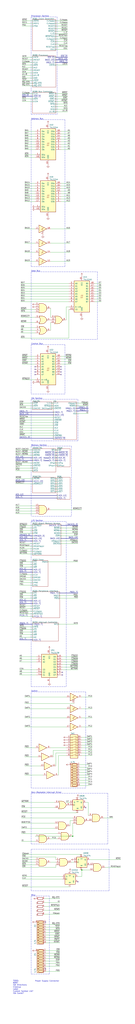
<source format=kicad_sch>
(kicad_sch (version 20211123) (generator eeschema)
  (paper "User" 132.004 999.998)
  (title_block (title "System Unit"))
  (junction (at 71.12 816.61))
  (junction (at 80.01 849.63))
  (junction (at -64.77 842.01))
  (junction (at -39.37 836.93))
  (no_connect (at 44.45 946.15))
  (no_connect (at 60.96 656.59))
  (no_connect (at 60.96 659.13))
  (no_connect (at 59.69 360.68))
  (no_connect (at -39.37 854.71))
  (no_connect (at 59.69 365.76))
  (no_connect (at 59.69 358.14))
  (no_connect (at 34.29 358.14))
  (no_connect (at 76.2 861.06))
  (no_connect (at 83.82 788.67))
  (no_connect (at 34.29 363.22))
  (no_connect (at 44.45 900.43))
  (no_connect (at 59.69 363.22))
  (no_connect (at -39.37 847.09))
  (no_connect (at 34.29 360.68))
  (no_connect (at 34.29 365.76))
  (polyline (pts (xy 64.77 670.56) (xy 64.77 509.27)))
  (wire (pts (xy 24.13 687.07) (xy 72.39 687.07)))
  (wire (pts (xy 59.69 518.16) (xy 76.2 518.16)))
  (wire (pts (xy -17.78 839.47) (xy -8.89 839.47)))
  (wire (pts (xy 15.24 452.12) (xy 31.75 452.12)))
  (wire (pts (xy 19.05 541.02) (xy 31.75 541.02)))
  (wire (pts (xy 67.31 284.48) (xy 20.32 284.48)))
  (wire (pts (xy 21.59 99.06) (xy 31.75 99.06)))
  (wire (pts (xy 31.75 533.4) (xy 19.05 533.4)))
  (wire (pts (xy 92.71 287.02) (xy 99.06 287.02)))
  (wire (pts (xy 19.05 599.44) (xy 31.75 599.44)))
  (wire (pts (xy 19.05 417.83) (xy 52.07 417.83)))
  (wire (pts (xy 20.955 783.59) (xy 53.34 783.59)))
  (wire (pts (xy -107.95 855.98) (xy -95.25 855.98)))
  (bus (pts (xy 19.05 525.78) (xy 31.75 525.78)))
  (polyline (pts (xy 63.5 260.35) (xy 63.5 116.84)))
  (wire (pts (xy -39.37 836.93) (xy -33.02 836.93)))
  (wire (pts (xy 59.69 528.32) (xy 76.2 528.32)))
  (wire (pts (xy 67.31 299.72) (xy 64.77 299.72)))
  (bus (pts (xy 19.05 624.84) (xy 31.75 624.84)))
  (wire (pts (xy 34.29 194.31) (xy 24.13 194.31)))
  (wire (pts (xy 15.24 467.36) (xy 31.75 467.36)))
  (wire (pts (xy 68.58 146.05) (xy 59.69 146.05)))
  (wire (pts (xy 19.05 601.98) (xy 31.75 601.98)))
  (wire (pts (xy 60.96 646.43) (xy 76.2 646.43)))
  (wire (pts (xy 21.59 844.55) (xy 34.29 844.55)))
  (wire (pts (xy 54.61 847.09) (xy 54.61 844.55)))
  (wire (pts (xy 31.75 591.82) (xy 19.05 591.82)))
  (wire (pts (xy 44.45 928.37) (xy 58.42 928.37)))
  (wire (pts (xy 49.53 223.52) (xy 68.58 223.52)))
  (wire (pts (xy 34.29 135.89) (xy 24.13 135.89)))
  (wire (pts (xy 21.59 20.32) (xy 31.75 20.32)))
  (polyline (pts (xy 30.48 389.89) (xy 30.48 430.53)))
  (wire (pts (xy 86.36 783.59) (xy 86.36 796.29)))
  (wire (pts (xy 34.29 133.35) (xy 24.13 133.35)))
  (wire (pts (xy 67.31 294.64) (xy 20.32 294.64)))
  (bus (pts (xy 59.69 513.08) (xy 76.2 513.08)))
  (wire (pts (xy 44.45 935.99) (xy 58.42 935.99)))
  (wire (pts (xy 24.13 692.15) (xy 64.77 692.15)))
  (wire (pts (xy 54.61 35.56) (xy 66.04 35.56)))
  (wire (pts (xy 54.61 45.72) (xy 66.04 45.72)))
  (polyline (pts (xy 30.48 951.23) (xy 48.26 951.23)))
  (wire (pts (xy 67.31 276.86) (xy 20.32 276.86)))
  (wire (pts (xy 59.69 191.77) (xy 68.58 191.77)))
  (wire (pts (xy 31.75 58.42) (xy 21.59 58.42)))
  (wire (pts (xy 54.61 735.33) (xy 64.77 735.33)))
  (wire (pts (xy 71.12 803.91) (xy 71.12 816.61)))
  (wire (pts (xy 34.29 140.97) (xy 24.13 140.97)))
  (wire (pts (xy 68.58 138.43) (xy 59.69 138.43)))
  (wire (pts (xy 59.69 189.23) (xy 68.58 189.23)))
  (bus (pts (xy 15.24 447.04) (xy 31.75 447.04)))
  (wire (pts (xy 54.61 109.22) (xy 66.04 109.22)))
  (wire (pts (xy 19.05 535.94) (xy 31.75 535.94)))
  (wire (pts (xy 92.71 284.48) (xy 99.06 284.48)))
  (wire (pts (xy 21.59 350.52) (xy 34.29 350.52)))
  (polyline (pts (xy 105.41 824.23) (xy 105.41 774.7)))
  (wire (pts (xy 68.58 801.37) (xy 68.58 806.45)))
  (wire (pts (xy -107.95 848.36) (xy -95.25 848.36)))
  (wire (pts (xy 20.955 793.75) (xy 76.2 793.75)))
  (wire (pts (xy 19.05 515.62) (xy 31.75 515.62)))
  (wire (pts (xy 92.71 281.94) (xy 99.06 281.94)))
  (wire (pts (xy 34.29 184.15) (xy 24.13 184.15)))
  (wire (pts (xy 19.05 612.14) (xy 31.75 612.14)))
  (wire (pts (xy 64.77 783.59) (xy 68.58 783.59)))
  (wire (pts (xy 19.05 622.3) (xy 31.75 622.3)))
  (wire (pts (xy 31.75 441.96) (xy 15.24 441.96)))
  (wire (pts (xy 87.63 751.84) (xy 77.47 751.84)))
  (wire (pts (xy 21.59 71.12) (xy 31.75 71.12)))
  (wire (pts (xy 49.53 497.84) (xy 80.01 497.84)))
  (wire (pts (xy 15.24 459.74) (xy 31.75 459.74)))
  (polyline (pts (xy 69.85 504.19) (xy 30.48 504.19)))
  (wire (pts (xy -10.16 852.17) (xy -16.51 852.17)))
  (wire (pts (xy 68.58 130.81) (xy 59.69 130.81)))
  (wire (pts (xy 92.71 294.64) (xy 99.06 294.64)))
  (wire (pts (xy 19.05 420.37) (xy 52.07 420.37)))
  (wire (pts (xy 59.69 184.15) (xy 68.58 184.15)))
  (wire (pts (xy 43.18 885.19) (xy 58.42 885.19)))
  (wire (pts (xy 54.61 27.94) (xy 66.04 27.94)))
  (wire (pts (xy 54.61 452.12) (xy 55.88 452.12)))
  (wire (pts (xy 34.29 353.06) (xy 21.59 353.06)))
  (wire (pts (xy 44.45 930.91) (xy 58.42 930.91)))
  (wire (pts (xy 15.24 496.57) (xy 34.29 496.57)))
  (wire (pts (xy 20.32 302.26) (xy 34.29 302.26)))
  (wire (pts (xy 31.75 513.08) (xy 19.05 513.08)))
  (wire (pts (xy 19.05 548.64) (xy 31.75 548.64)))
  (polyline (pts (xy 30.48 16.51) (xy 30.48 111.76)))
  (wire (pts (xy 19.05 646.43) (xy 35.56 646.43)))
  (wire (pts (xy 46.99 548.64) (xy 76.2 548.64)))
  (wire (pts (xy 15.24 494.03) (xy 34.29 494.03)))
  (wire (pts (xy 92.71 279.4) (xy 99.06 279.4)))
  (wire (pts (xy 21.59 866.14) (xy 68.58 866.14)))
  (bus (pts (xy 54.61 447.04) (xy 55.88 447.04)))
  (wire (pts (xy 21.59 81.28) (xy 31.75 81.28)))
  (wire (pts (xy 21.59 96.52) (xy 31.75 96.52)))
  (bus (pts (xy 15.24 486.41) (xy 55.88 486.41)))
  (wire (pts (xy -72.39 847.09) (xy -64.77 847.09)))
  (bus (pts (xy 54.61 449.58) (xy 55.88 449.58)))
  (wire (pts (xy 24.13 151.13) (xy 34.29 151.13)))
  (wire (pts (xy 21.59 83.82) (xy 31.75 83.82)))
  (polyline (pts (xy 69.85 435.61) (xy 69.85 504.19)))
  (polyline (pts (xy 80.01 829.31) (xy 106.68 829.31)))
  (polyline (pts (xy 30.48 900.43) (xy 30.48 951.23)))
  (wire (pts (xy 15.24 499.11) (xy 34.29 499.11)))
  (wire (pts (xy 34.29 130.81) (xy 24.13 130.81)))
  (wire (pts (xy 54.61 454.66) (xy 55.88 454.66)))
  (wire (pts (xy 24.13 255.27) (xy 34.29 255.27)))
  (wire (pts (xy 19.05 614.68) (xy 31.75 614.68)))
  (polyline (pts (xy 63.5 384.81) (xy 30.48 384.81)))
  (wire (pts (xy 68.58 128.27) (xy 59.69 128.27)))
  (wire (pts (xy 59.69 523.24) (xy 76.2 523.24)))
  (wire (pts (xy 87.63 759.46) (xy 77.47 759.46)))
  (wire (pts (xy 102.87 847.09) (xy 118.11 847.09)))
  (polyline (pts (xy 63.5 336.55) (xy 63.5 384.81)))
  (wire (pts (xy 44.45 943.61) (xy 58.42 943.61)))
  (wire (pts (xy -36.83 854.71) (xy -31.75 854.71)))
  (wire (pts (xy 59.69 179.07) (xy 68.58 179.07)))
  (wire (pts (xy 19.05 659.13) (xy 35.56 659.13)))
  (wire (pts (xy 49.53 314.96) (xy 49.53 322.58)))
  (polyline (pts (xy 83.82 675.64) (xy 83.82 769.62)))
  (wire (pts (xy 24.13 748.03) (xy 39.37 748.03)))
  (wire (pts (xy 54.61 20.32) (xy 66.04 20.32)))
  (wire (pts (xy -72.39 842.01) (xy -64.77 842.01)))
  (bus (pts (xy 19.05 528.32) (xy 31.75 528.32)))
  (wire (pts (xy 15.24 454.66) (xy 31.75 454.66)))
  (wire (pts (xy 20.32 320.04) (xy 34.29 320.04)))
  (wire (pts (xy 54.61 467.36) (xy 55.88 467.36)))
  (wire (pts (xy 24.13 237.49) (xy 34.29 237.49)))
  (wire (pts (xy 34.29 179.07) (xy 24.13 179.07)))
  (wire (pts (xy 80.01 680.72) (xy 90.17 680.72)))
  (wire (pts (xy 87.63 764.54) (xy 77.47 764.54)))
  (polyline (pts (xy 30.48 509.27) (xy 30.48 670.56)))
  (bus (pts (xy 54.61 55.88) (xy 66.04 55.88)))
  (wire (pts (xy 24.13 701.04) (xy 64.77 701.04)))
  (wire (pts (xy 19.05 553.72) (xy 31.75 553.72)))
  (wire (pts (xy 19.05 596.9) (xy 31.75 596.9)))
  (polyline (pts (xy 30.48 670.56) (xy 64.77 670.56)))
  (wire (pts (xy 19.05 561.34) (xy 31.75 561.34)))
  (wire (pts (xy 54.61 469.9) (xy 55.88 469.9)))
  (wire (pts (xy 80.01 701.04) (xy 90.17 701.04)))
  (wire (pts (xy 80.01 737.87) (xy 90.17 737.87)))
  (wire (pts (xy 19.05 581.66) (xy 31.75 581.66)))
  (wire (pts (xy 21.59 839.47) (xy 34.29 839.47)))
  (wire (pts (xy 59.69 347.98) (xy 69.85 347.98)))
  (wire (pts (xy 54.61 96.52) (xy 66.04 96.52)))
  (wire (pts (xy 58.42 902.97) (xy 44.45 902.97)))
  (wire (pts (xy 21.59 60.96) (xy 31.75 60.96)))
  (polyline (pts (xy 48.26 875.03) (xy 30.48 875.03)))
  (wire (pts (xy 15.24 501.65) (xy 34.29 501.65)))
  (wire (pts (xy 60.96 654.05) (xy 76.2 654.05)))
  (polyline (pts (xy 48.26 951.23) (xy 48.26 875.03)))
  (wire (pts (xy 24.13 756.92) (xy 41.91 756.92)))
  (wire (pts (xy 21.59 858.52) (xy 60.96 858.52)))
  (wire (pts (xy 24.13 739.14) (xy 36.83 739.14)))
  (wire (pts (xy 52.07 732.79) (xy 64.77 732.79)))
  (wire (pts (xy 20.955 798.83) (xy 71.12 798.83)))
  (bus (pts (xy 54.61 441.96) (xy 55.88 441.96)))
  (wire (pts (xy -72.39 859.79) (xy -64.77 859.79)))
  (bus (pts (xy 31.75 93.98) (xy 21.59 93.98)))
  (polyline (pts (xy 76.2 389.89) (xy 76.2 430.53)))
  (wire (pts (xy 87.63 754.38) (xy 77.47 754.38)))
  (wire (pts (xy 50.8 393.7) (xy 52.07 393.7)))
  (polyline (pts (xy 105.41 774.7) (xy 30.48 774.7)))
  (wire (pts (xy 59.69 181.61) (xy 68.58 181.61)))
  (wire (pts (xy 44.45 941.07) (xy 58.42 941.07)))
  (wire (pts (xy 68.58 143.51) (xy 59.69 143.51)))
  (wire (pts (xy 49.53 255.27) (xy 68.58 255.27)))
  (wire (pts (xy 87.63 767.08) (xy 77.47 767.08)))
  (polyline (pts (xy 30.48 265.43) (xy 95.25 265.43)))
  (wire (pts (xy 34.29 138.43) (xy 24.13 138.43)))
  (wire (pts (xy 59.69 194.31) (xy 68.58 194.31)))
  (wire (pts (xy 59.69 530.86) (xy 76.2 530.86)))
  (wire (pts (xy 21.59 22.86) (xy 31.75 22.86)))
  (wire (pts (xy 54.61 735.33) (xy 54.61 748.03)))
  (wire (pts (xy 19.05 619.76) (xy 31.75 619.76)))
  (wire (pts (xy 68.58 135.89) (xy 59.69 135.89)))
  (polyline (pts (xy 30.48 389.89) (xy 76.2 389.89)))
  (wire (pts (xy 44.45 915.67) (xy 58.42 915.67)))
  (wire (pts (xy 43.18 889) (xy 58.42 889)))
  (wire (pts (xy 69.85 842.01) (xy 72.39 842.01)))
  (wire (pts (xy -64.77 842.01) (xy -52.07 842.01)))
  (wire (pts (xy 74.93 396.24) (xy 86.36 396.24)))
  (wire (pts (xy 80.01 855.98) (xy 80.01 849.63)))
  (wire (pts (xy 87.63 839.47) (xy 118.11 839.47)))
  (wire (pts (xy 21.59 66.04) (xy 31.75 66.04)))
  (wire (pts (xy 64.77 299.72) (xy 64.77 312.42)))
  (wire (pts (xy 59.69 196.85) (xy 68.58 196.85)))
  (wire (pts (xy -39.37 844.55) (xy -33.02 844.55)))
  (wire (pts (xy 15.24 439.42) (xy 31.75 439.42)))
  (wire (pts (xy 34.29 816.61) (xy 71.12 816.61)))
  (wire (pts (xy 87.63 849.63) (xy 80.01 849.63)))
  (wire (pts (xy 20.32 309.88) (xy 34.29 309.88)))
  (polyline (pts (xy 30.48 509.27) (xy 64.77 509.27)))
  (wire (pts (xy 54.61 63.5) (xy 66.04 63.5)))
  (wire (pts (xy 59.69 350.52) (xy 69.85 350.52)))
  (polyline (pts (xy 83.82 769.62) (xy 30.48 769.62)))
  (wire (pts (xy 24.13 730.25) (xy 34.29 730.25)))
  (wire (pts (xy 19.05 551.18) (xy 31.75 551.18)))
  (wire (pts (xy 57.15 737.87) (xy 64.77 737.87)))
  (wire (pts (xy 80.01 732.79) (xy 90.17 732.79)))
  (wire (pts (xy 19.05 422.91) (xy 52.07 422.91)))
  (polyline (pts (xy 30.48 336.55) (xy 30.48 384.81)))
  (wire (pts (xy 44.45 918.21) (xy 58.42 918.21)))
  (wire (pts (xy 67.31 287.02) (xy 20.32 287.02)))
  (bus (pts (xy 19.05 556.26) (xy 31.75 556.26)))
  (polyline (pts (xy 76.2 430.53) (xy 30.48 430.53)))
  (wire (pts (xy 101.6 798.83) (xy 110.49 798.83)))
  (polyline (pts (xy 95.25 265.43) (xy 95.25 331.47)))
  (wire (pts (xy -107.95 850.9) (xy -95.25 850.9)))
  (wire (pts (xy 54.61 40.64) (xy 66.04 40.64)))
  (wire (pts (xy 21.59 78.74) (xy 31.75 78.74)))
  (wire (pts (xy 44.45 938.53) (xy 58.42 938.53)))
  (polyline (pts (xy 106.68 829.31) (xy 106.68 869.95)))
  (wire (pts (xy 21.59 347.98) (xy 34.29 347.98)))
  (wire (pts (xy 54.61 93.98) (xy 66.04 93.98)))
  (wire (pts (xy 54.61 48.26) (xy 66.04 48.26)))
  (wire (pts (xy 87.63 746.76) (xy 77.47 746.76)))
  (wire (pts (xy 68.58 133.35) (xy 59.69 133.35)))
  (wire (pts (xy 54.61 99.06) (xy 66.04 99.06)))
  (wire (pts (xy 67.31 281.94) (xy 20.32 281.94)))
  (wire (pts (xy 50.8 398.78) (xy 52.07 398.78)))
  (bus (pts (xy 54.61 58.42) (xy 66.04 58.42)))
  (bus (pts (xy 15.24 483.87) (xy 55.88 483.87)))
  (wire (pts (xy -52.07 842.01) (xy -52.07 836.93)))
  (bus (pts (xy 59.69 525.78) (xy 76.2 525.78)))
  (wire (pts (xy 68.58 801.37) (xy 71.12 801.37)))
  (bus (pts (xy 19.05 523.24) (xy 31.75 523.24)))
  (wire (pts (xy 58.42 584.2) (xy 76.2 584.2)))
  (wire (pts (xy 21.59 855.98) (xy 60.96 855.98)))
  (wire (pts (xy 31.75 520.7) (xy 19.05 520.7)))
  (wire (pts (xy 50.8 396.24) (xy 52.07 396.24)))
  (wire (pts (xy 19.05 566.42) (xy 31.75 566.42)))
  (wire (pts (xy 52.07 739.14) (xy 52.07 732.79)))
  (wire (pts (xy 54.61 104.14) (xy 66.04 104.14)))
  (wire (pts (xy 19.05 594.36) (xy 31.75 594.36)))
  (wire (pts (xy 54.61 472.44) (xy 55.88 472.44)))
  (wire (pts (xy -72.39 836.93) (xy -64.77 836.93)))
  (wire (pts (xy 19.05 571.5) (xy 31.75 571.5)))
  (wire (pts (xy 21.59 842.01) (xy 34.29 842.01)))
  (wire (pts (xy 34.29 189.23) (xy 24.13 189.23)))
  (wire (pts (xy 34.29 186.69) (xy 24.13 186.69)))
  (wire (pts (xy 19.05 393.7) (xy 31.75 393.7)))
  (wire (pts (xy 43.18 877.57) (xy 58.42 877.57)))
  (wire (pts (xy 68.58 140.97) (xy 59.69 140.97)))
  (wire (pts (xy -24.13 847.09) (xy -24.13 857.25)))
  (wire (pts (xy 31.75 444.5) (xy 15.24 444.5)))
  (wire (pts (xy 19.05 530.86) (xy 31.75 530.86)))
  (wire (pts (xy 57.15 737.87) (xy 57.15 756.92)))
  (wire (pts (xy 59.69 353.06) (xy 69.85 353.06)))
  (wire (pts (xy 15.24 472.44) (xy 31.75 472.44)))
  (wire (pts (xy 80.01 725.17) (xy 90.17 725.17)))
  (wire (pts (xy 20.955 814.07) (xy 55.88 814.07)))
  (wire (pts (xy 19.05 656.59) (xy 35.56 656.59)))
  (polyline (pts (xy 30.48 116.84) (xy 63.5 116.84)))
  (wire (pts (xy 59.69 520.7) (xy 76.2 520.7)))
  (wire (pts (xy 31.75 68.58) (xy 21.59 68.58)))
  (wire (pts (xy 21.59 836.93) (xy 54.61 836.93)))
  (wire (pts (xy 19.05 415.29) (xy 52.07 415.29)))
  (wire (pts (xy 54.61 91.44) (xy 66.04 91.44)))
  (wire (pts (xy 54.61 477.52) (xy 55.88 477.52)))
  (polyline (pts (xy 30.48 435.61) (xy 30.48 504.19)))
  (wire (pts (xy 21.59 847.09) (xy 54.61 847.09)))
  (wire (pts (xy 80.01 709.93) (xy 90.17 709.93)))
  (wire (pts (xy 21.59 834.39) (xy 80.01 834.39)))
  (wire (pts (xy 60.96 651.51) (xy 76.2 651.51)))
  (wire (pts (xy 34.29 181.61) (xy 24.13 181.61)))
  (wire (pts (xy 54.61 30.48) (xy 66.04 30.48)))
  (polyline (pts (xy 30.48 824.23) (xy 105.41 824.23)))
  (wire (pts (xy 20.955 803.91) (xy 53.34 803.91)))
  (wire (pts (xy 58.42 581.66) (xy 76.2 581.66)))
  (wire (pts (xy 20.955 821.69) (xy 34.29 821.69)))
  (polyline (pts (xy 30.48 331.47) (xy 30.48 265.43)))
  (wire (pts (xy 21.59 91.44) (xy 31.75 91.44)))
  (bus (pts (xy 19.05 586.74) (xy 31.75 586.74)))
  (wire (pts (xy 19.05 425.45) (xy 52.07 425.45)))
  (wire (pts (xy 54.61 22.86) (xy 66.04 22.86)))
  (bus (pts (xy 15.24 449.58) (xy 31.75 449.58)))
  (wire (pts (xy 20.32 304.8) (xy 34.29 304.8)))
  (wire (pts (xy 19.05 563.88) (xy 31.75 563.88)))
  (wire (pts (xy 59.69 355.6) (xy 69.85 355.6)))
  (wire (pts (xy 19.05 654.05) (xy 35.56 654.05)))
  (wire (pts (xy 54.61 25.4) (xy 66.04 25.4)))
  (wire (pts (xy 44.45 908.05) (xy 58.42 908.05)))
  (polyline (pts (xy 30.48 116.84) (xy 30.48 260.35)))
  (polyline (pts (xy 30.48 260.35) (xy 63.5 260.35)))
  (wire (pts (xy -107.95 853.44) (xy -95.25 853.44)))
  (wire (pts (xy 60.96 643.89) (xy 76.2 643.89)))
  (wire (pts (xy 34.29 191.77) (xy 24.13 191.77)))
  (wire (pts (xy 80.01 722.63) (xy 90.17 722.63)))
  (wire (pts (xy -52.07 836.93) (xy -39.37 836.93)))
  (wire (pts (xy 80.01 692.15) (xy 90.17 692.15)))
  (wire (pts (xy 54.61 43.18) (xy 66.04 43.18)))
  (polyline (pts (xy 30.48 675.64) (xy 83.82 675.64)))
  (wire (pts (xy 20.32 314.96) (xy 34.29 314.96)))
  (wire (pts (xy 74.93 393.7) (xy 86.36 393.7)))
  (wire (pts (xy -39.37 849.63) (xy -33.02 849.63)))
  (wire (pts (xy 19.05 568.96) (xy 31.75 568.96)))
  (wire (pts (xy 54.61 439.42) (xy 55.88 439.42)))
  (wire (pts (xy 92.71 276.86) (xy 99.06 276.86)))
  (wire (pts (xy -24.13 857.25) (xy -16.51 857.25)))
  (wire (pts (xy 24.13 680.72) (xy 64.77 680.72)))
  (wire (pts (xy 21.59 73.66) (xy 31.75 73.66)))
  (wire (pts (xy 44.45 910.59) (xy 58.42 910.59)))
  (wire (pts (xy 67.31 302.26) (xy 67.31 330.2)))
  (wire (pts (xy 19.05 407.67) (xy 52.07 407.67)))
  (wire (pts (xy 34.29 128.27) (xy 24.13 128.27)))
  (wire (pts (xy -24.13 862.33) (xy -24.13 871.22)))
  (wire (pts (xy 21.59 76.2) (xy 31.75 76.2)))
  (wire (pts (xy 67.31 279.4) (xy 20.32 279.4)))
  (wire (pts (xy 49.53 237.49) (xy 68.58 237.49)))
  (wire (pts (xy 34.29 146.05) (xy 24.13 146.05)))
  (wire (pts (xy 80.01 730.25) (xy 90.17 730.25)))
  (wire (pts (xy 43.18 892.81) (xy 58.42 892.81)))
  (wire (pts (xy 31.75 518.16) (xy 19.05 518.16)))
  (wire (pts (xy 58.42 905.51) (xy 44.45 905.51)))
  (polyline (pts (xy 55.88 111.76) (xy 55.88 16.51)))
  (wire (pts (xy 80.01 720.09) (xy 90.17 720.09)))
  (wire (pts (xy 44.45 920.75) (xy 58.42 920.75)))
  (wire (pts (xy 54.61 474.98) (xy 55.88 474.98)))
  (bus (pts (xy 15.24 469.9) (xy 31.75 469.9)))
  (polyline (pts (xy 30.48 336.55) (xy 63.5 336.55)))
  (wire (pts (xy 21.59 370.84) (xy 34.29 370.84)))
  (bus (pts (xy 54.61 60.96) (xy 66.04 60.96)))
  (polyline (pts (xy 30.48 869.95) (xy 30.48 829.31)))
  (polyline (pts (xy 30.48 875.03) (xy 30.48 900.43)))
  (bus (pts (xy 54.61 444.5) (xy 55.88 444.5)))
  (polyline (pts (xy 30.48 774.7) (xy 30.48 824.23)))
  (wire (pts (xy 24.13 153.67) (xy 34.29 153.67)))
  (bus (pts (xy 19.05 589.28) (xy 31.75 589.28)))
  (wire (pts (xy 67.31 289.56) (xy 20.32 289.56)))
  (wire (pts (xy 76.2 855.98) (xy 80.01 855.98)))
  (wire (pts (xy 54.61 480.06) (xy 55.88 480.06)))
  (wire (pts (xy 19.05 641.35) (xy 35.56 641.35)))
  (wire (pts (xy 49.53 842.01) (xy 54.61 842.01)))
  (bus (pts (xy 19.05 402.59) (xy 52.07 402.59)))
  (wire (pts (xy 49.53 300.99) (xy 49.53 309.88)))
  (wire (pts (xy 54.61 38.1) (xy 66.04 38.1)))
  (wire (pts (xy 19.05 412.75) (xy 52.07 412.75)))
  (polyline (pts (xy 30.48 435.61) (xy 69.85 435.61)))
  (wire (pts (xy -64.77 857.25) (xy -72.39 857.25)))
  (wire (pts (xy 87.63 749.3) (xy 77.47 749.3)))
  (wire (pts (xy 34.29 143.51) (xy 24.13 143.51)))
  (wire (pts (xy 54.61 33.02) (xy 66.04 33.02)))
  (wire (pts (xy 24.13 709.93) (xy 64.77 709.93)))
  (wire (pts (xy 59.69 515.62) (xy 76.2 515.62)))
  (bus (pts (xy 58.42 579.12) (xy 76.2 579.12)))
  (polyline (pts (xy 30.48 331.47) (xy 95.25 331.47)))
  (bus (pts (xy 19.05 609.6) (xy 31.75 609.6)))
  (wire (pts (xy 20.32 322.58) (xy 34.29 322.58)))
  (wire (pts (xy 19.05 396.24) (xy 31.75 396.24)))
  (polyline (pts (xy 30.48 829.31) (xy 80.01 829.31)))
  (bus (pts (xy 19.05 427.99) (xy 52.07 427.99)))
  (wire (pts (xy 21.59 55.88) (xy 31.75 55.88)))
  (wire (pts (xy 83.82 783.59) (xy 86.36 783.59)))
  (wire (pts (xy 34.29 355.6) (xy 21.59 355.6)))
  (wire (pts (xy 60.96 648.97) (xy 76.2 648.97)))
  (wire (pts (xy 20.32 325.12) (xy 34.29 325.12)))
  (wire (pts (xy 19.05 579.12) (xy 31.75 579.12)))
  (wire (pts (xy 19.05 398.78) (xy 31.75 398.78)))
  (bus (pts (xy 74.93 398.78) (xy 86.36 398.78)))
  (wire (pts (xy 49.53 730.25) (xy 64.77 730.25)))
  (wire (pts (xy 34.29 196.85) (xy 24.13 196.85)))
  (wire (pts (xy 24.13 223.52) (xy 34.29 223.52)))
  (wire (pts (xy 49.53 819.15) (xy 55.88 819.15)))
  (wire (pts (xy 67.31 292.1) (xy 20.32 292.1)))
  (wire (pts (xy 44.45 913.13) (xy 58.42 913.13)))
  (wire (pts (xy 44.45 933.45) (xy 58.42 933.45)))
  (wire (pts (xy 19.05 617.22) (xy 31.75 617.22)))
  (wire (pts (xy 19.05 538.48) (xy 31.75 538.48)))
  (wire (pts (xy 19.05 584.2) (xy 31.75 584.2)))
  (wire (pts (xy 19.05 410.21) (xy 52.07 410.21)))
  (wire (pts (xy 60.96 641.35) (xy 76.2 641.35)))
  (wire (pts (xy 54.61 106.68) (xy 66.04 106.68)))
  (wire (pts (xy 80.01 727.71) (xy 90.17 727.71)))
  (polyline (pts (xy 30.48 111.76) (xy 55.88 111.76)))
  (wire (pts (xy 86.36 403.86) (xy 74.93 403.86)))
  (wire (pts (xy 19.05 643.89) (xy 35.56 643.89)))
  (wire (pts (xy 43.18 881.38) (xy 58.42 881.38)))
  (wire (pts (xy 54.61 101.6) (xy 66.04 101.6)))
  (wire (pts (xy 87.63 762) (xy 77.47 762)))
  (wire (pts (xy 44.45 948.69) (xy 58.42 948.69)))
  (wire (pts (xy 21.59 63.5) (xy 31.75 63.5)))
  (wire (pts (xy 20.955 788.67) (xy 53.34 788.67)))
  (polyline (pts (xy 30.48 16.51) (xy 55.88 16.51)))
  (wire (pts (xy 92.71 289.56) (xy 99.06 289.56)))
  (wire (pts (xy 57.15 609.6) (xy 76.2 609.6)))
  (wire (pts (xy -39.37 842.01) (xy -33.02 842.01)))
  (polyline (pts (xy 30.48 769.62) (xy 30.48 675.64)))
  (wire (pts (xy 21.59 25.4) (xy 31.75 25.4)))
  (wire (pts (xy 92.71 292.1) (xy 99.06 292.1)))
  (wire (pts (xy -39.37 852.17) (xy -31.75 852.17)))
  (bus (pts (xy 74.93 401.32) (xy 86.36 401.32)))
  (wire (pts (xy -39.37 839.47) (xy -33.02 839.47)))
  (wire (pts (xy 87.63 756.92) (xy 77.47 756.92)))
  (wire (pts (xy 80.01 735.33) (xy 90.17 735.33)))
  (wire (pts (xy 20.32 330.2) (xy 67.31 330.2)))
  (wire (pts (xy 49.53 246.38) (xy 68.58 246.38)))
  (bus (pts (xy 19.05 405.13) (xy 52.07 405.13)))
  (wire (pts (xy 54.61 836.93) (xy 54.61 839.47)))
  (wire (pts (xy 20.955 808.99) (xy 53.34 808.99)))
  (bus (pts (xy 19.05 558.8) (xy 31.75 558.8)))
  (wire (pts (xy 24.13 246.38) (xy 34.29 246.38)))
  (wire (pts (xy 59.69 186.69) (xy 68.58 186.69)))
  (polyline (pts (xy 106.68 869.95) (xy 30.48 869.95)))
  (wire (pts (xy 15.24 457.2) (xy 31.75 457.2)))
  (text "Misc" (at 30.48 875.03 0) (effects (font (size 1.27 1.27)) (justify left bottom)))
  (text "Processor Section" (at 30.48 16.51 0) (effects (font (size 1.27 1.27)) (justify left bottom)))
  (text "I/O Section" (at 30.48 509.27 0) (effects (font (size 1.27 1.27)) (justify left bottom)))
  (text "Memory Section" (at 30.48 435.61 0) (effects (font (size 1.27 1.27)) (justify left bottom)))
  (text "Switch" (at 30.48 675.64 0) (effects (font (size 1.27 1.27)) (justify left bottom)))
  (text "Data Bus" (at 30.48 265.43 0) (effects (font (size 1.27 1.27)) (justify left bottom)))
  (text "Power Supply Connector" (at 34.29 958.85 0) (effects (font (size 1.27 1.27)) (justify left bottom)))
  (text "Address Bus" (at 30.48 116.84 0) (effects (font (size 1.27 1.27)) (justify left bottom)))
  (text "Non-Maskable Interrupt Driver" (at 30.48 774.7 0) (effects (font (size 1.27 1.27)) (justify left bottom)))
  (text "Control Bus" (at 30.48 336.55 0) (effects (font (size 1.27 1.27)) (justify left bottom)))
  (text "TODO:\n8087\nISA Directions\nCleanup\nLabel\nCustom Symbol Lib?\nISA Cards?" (at 12.7 970.915 0) (effects (font (size 1.27 1.27)) (justify left bottom)))
  (text "ISA Section" (at 30.48 389.89 0) (effects (font (size 1.27 1.27)) (justify left bottom)))
  (label "RESET" (at 19.05 591.82 0))
  (label "A5" (at 19.05 641.35 0))
  (label "~{S1}" (at -107.95 850.9 0))
  (label "~{AEN}" (at 21.59 96.52 0))
  (label "CEN" (at 19.05 654.05 0))
  (label "BA14" (at 24.13 179.07 0))
  (label "IO" (at 58.42 881.38 180))
  (label "A8" (at 20.32 322.58 0))
  (label "~{MEMW}" (at 69.85 347.98 180))
  (label "~{IOR}" (at 19.05 518.16 0))
  (label "~{AIOWC}" (at 19.05 412.75 0))
  (label "~{WETNMI}" (at 20.955 783.59 0))
  (label "~{IORC}" (at 66.04 96.52 180))
  (label "~{ROMSLCT}" (at 80.01 497.84 180))
  (label "D7" (at 99.06 276.86 180))
  (label "CLK_{8237}" (at 66.04 38.1 180))
  (label "A18" (at 15.24 499.11 0))
  (label "DACK0" (at 19.05 398.78 0))
  (label "~{CS_{8259}}" (at 19.05 614.68 0))
  (label "~{MEMR}" (at 76.2 515.62 180))
  (label "~{MRDC}" (at 19.05 410.21 0))
  (label "PC3" (at 90.17 764.54 180))
  (label "~{MRDC}" (at 21.59 350.52 0))
  (label "INTR" (at 21.59 55.88 0))
  (label "~{LOCK}" (at 66.04 63.5 180))
  (label "D[0..7]" (at 15.24 486.41 0))
  (label "A17" (at 15.24 494.03 0))
  (label "~{IOW}" (at 19.05 520.7 0))
  (label "PB5" (at 58.42 948.69 180))
  (label "~{IOR}" (at 19.05 617.22 0))
  (label "~{CS_{8253}}" (at 76.2 646.43 180))
  (label "~{S[0..2]}" (at 21.59 93.98 0))
  (label "~{CS_{8237}}" (at 19.05 515.62 0))
  (label "~{MRDC}" (at 66.04 91.44 180))
  (label "BA[0..19]" (at 76.2 525.78 180))
  (label "A3" (at 68.58 138.43 180))
  (label "A6" (at 68.58 133.35 180))
  (label "BA8" (at 24.13 189.23 0))
  (label "~{AMWC}" (at 21.59 347.98 0))
  (label "~{IOW}" (at 58.42 930.91 180))
  (label "~{PB3}" (at 24.13 730.25 0))
  (label "BA6" (at 24.13 133.35 0))
  (label "BD1" (at 20.32 292.1 0))
  (label "D[0..7]" (at 19.05 558.8 0))
  (label "A15" (at 68.58 181.61 180))
  (label "SWP3" (at 24.13 709.93 0))
  (label "8087P30" (at 20.955 803.91 0))
  (label "PC0" (at 90.17 749.3 180))
  (label "IO_{READY}" (at 86.36 393.7 180))
  (label "~{RESET}" (at 20.955 793.75 0))
  (label "SWP3" (at 90.17 725.17 180))
  (label "HLDA" (at -10.16 852.17 180))
  (label "~{AEN1}" (at 21.59 20.32 0))
  (label "BD0" (at 20.32 294.64 0))
  (label "CLK" (at 21.59 858.52 0))
  (label "IRQ0" (at 76.2 548.64 180))
  (label "BA16" (at 24.13 223.52 0))
  (label "RESET" (at 19.05 530.86 0))
  (label "PC3" (at 90.17 692.15 180))
  (label "~{AIOWC}" (at 58.42 920.75 180))
  (label "~{AMWC}" (at 19.05 425.45 0))
  (label "CEN" (at -33.02 839.47 180))
  (label "SWP1" (at 90.17 746.76 180))
  (label "A[0..1]" (at 19.05 586.74 0))
  (label "CLK_{8284}" (at 66.04 20.32 180))
  (label "PB3" (at 24.13 687.07 0))
  (label "DEN" (at 66.04 106.68 180))
  (label "~{MEMR}" (at 15.24 467.36 0))
  (label "A0" (at 19.05 622.3 0))
  (label "OSC" (at 66.04 48.26 180))
  (label "NMI" (at 21.59 76.2 0))
  (label "~{RESET}" (at -72.39 859.79 0))
  (label "8237-MEMR" (at 15.24 452.12 0))
  (label "D[0..7]" (at 19.05 589.28 0))
  (label "BA3" (at 24.13 138.43 0))
  (label "D6" (at 99.06 279.4 180))
  (label "RDY1" (at -33.02 844.55 180))
  (label "RDY1" (at 21.59 22.86 0))
  (label "A8" (at 19.05 656.59 0))
  (label "DACK0" (at 19.05 566.42 0))
  (label "RESET" (at 21.59 58.42 0))
  (label "BA0" (at 24.13 146.05 0))
  (label "F{slash}~{C}" (at 66.04 33.02 180))
  (label "~{RESET_{KEY}}" (at 58.42 885.19 180))
  (label "~{LOCK}" (at -107.95 848.36 0))
  (label "~{S[0..2]}" (at 66.04 55.88 180))
  (label "BA15" (at 24.13 181.61 0))
  (label "CLK" (at 66.04 43.18 180))
  (label "ALE" (at 66.04 104.14 180))
  (label "IRQ1" (at 76.2 581.66 180))
  (label "BA18" (at 24.13 246.38 0))
  (label "A19" (at 68.58 255.27 180))
  (label "~{AEN}" (at -72.39 842.01 0))
  (label "~{NOWS}" (at 58.42 889 180))
  (label "BA[0..19]" (at 19.05 405.13 0))
  (label "BA2" (at 24.13 140.97 0))
  (label "RESET_{ISA}" (at 66.04 45.72 180))
  (label "~{AEN}" (at 19.05 396.24 0))
  (label "A9" (at 20.32 325.12 0))
  (label "~{RESET_{KEY}}" (at 19.05 599.44 0))
  (label "BA9" (at 24.13 186.69 0))
  (label "BD3" (at 20.32 287.02 0))
  (label "D[0..7]" (at 19.05 624.84 0))
  (label "HLDA" (at -72.39 836.93 0))
  (label "DREQ[0..3]" (at 19.05 523.24 0))
  (label "A13" (at 68.58 194.31 180))
  (label "ALE" (at 19.05 417.83 0))
  (label "~{CS_{8259}}" (at 76.2 643.89 180))
  (label "~{PB3}" (at 24.13 748.03 0))
  (label "PB1" (at 19.05 571.5 0))
  (label "PC3" (at 90.17 737.87 180))
  (label "~{EOP}" (at 76.2 523.24 180))
  (label "~{IOW}" (at 19.05 584.2 0))
  (label "~{NOWS}" (at 86.36 396.24 180))
  (label "SWP2" (at 24.13 701.04 0))
  (label "A[13..19]" (at 15.24 469.9 0))
  (label "A16" (at 68.58 223.52 180))
  (label "~{DACK0}" (at 76.2 530.86 180))
  (label "PC2" (at 90.17 709.93 180))
  (label "~{PB3}" (at 24.13 756.92 0))
  (label "DRQ[1..3]" (at 86.36 398.78 180))
  (label "A9" (at 19.05 659.13 0))
  (label "~{IOW}" (at 21.59 836.93 0))
  (label "A7" (at 19.05 646.43 0))
  (label "CLK_{8284}" (at 21.59 91.44 0))
  (label "DB[0..7]" (at 19.05 402.59 0))
  (label "DT{slash}~{R}" (at 66.04 109.22 180))
  (label "A8" (at 68.58 189.23 180))
  (label "DB[0..7]" (at 15.24 449.58 0))
  (label "~{NOWS}" (at 20.32 302.26 0))
  (label "PB[0..7]" (at 76.2 579.12 180))
  (label "SWP4" (at 90.17 727.71 180))
  (label "A10" (at 68.58 184.15 180))
  (label "~{WETDMA}" (at 76.2 651.51 180))
  (label "~{MEMR}" (at 69.85 350.52 180))
  (label "~{DACK0}" (at 15.24 454.66 0))
  (label "SWP4" (at 24.13 692.15 0))
  (label "BA19" (at 24.13 255.27 0))
  (label "CLK_{8237}" (at 19.05 538.48 0))
  (label "~{IORC}" (at 58.42 913.13 180))
  (label "A17" (at 68.58 237.49 180))
  (label "~{IOW}" (at 20.955 788.67 0))
  (label "~{ROMSLCT}" (at 20.32 309.88 0))
  (label "AEN1" (at 21.59 855.98 0))
  (label "BD6" (at 20.32 279.4 0))
  (label "PB2" (at 58.42 943.61 180))
  (label "~{AEN_{8237}}" (at 21.59 370.84 0))
  (label "BD2" (at 20.32 289.56 0))
  (label "~{IOR}" (at 19.05 581.66 0))
  (label "~{RQ}{slash}~{GT1}" (at 58.42 877.57 180))
  (label "BA11" (at 24.13 191.77 0))
  (label "A12" (at 68.58 196.85 180))
  (label "D3" (at 99.06 287.02 180))
  (label "D2" (at 99.06 289.56 180))
  (label "A[0..19]" (at 15.24 447.04 0))
  (label "~{IORC}" (at 21.59 353.06 0))
  (label "BA4" (at 24.13 128.27 0))
  (label "8237-DACK0" (at 15.24 439.42 0))
  (label "A11" (at 68.58 191.77 180))
  (label "~{AEN_{8237}}" (at -8.89 839.47 180))
  (label "D1" (at 99.06 292.1 180))
  (label "READY_{8237}" (at 19.05 533.4 0))
  (label "BA17" (at 24.13 237.49 0))
  (label "~{AEN}" (at 20.32 330.2 0))
  (label "~{PCK}" (at 15.24 459.74 0))
  (label "~{CLK}" (at 66.04 40.64 180))
  (label "SWP1" (at 24.13 680.72 0))
  (label "A[0..12]" (at 15.24 483.87 0))
  (label "HRQ_{8237}" (at -24.13 871.22 90))
  (label "~{TEST}" (at 21.59 78.74 0))
  (label "~{IOR}" (at 58.42 928.37 180))
  (label "~{IOR}" (at 19.05 551.18 0))
  (label "PC1" (at 90.17 732.79 180))
  (label "BA5" (at 24.13 135.89 0))
  (label "HRQ_{8237}" (at -107.95 855.98 0))
  (label "~{AEN1}" (at -72.39 847.09 0))
  (label "~{AEN1}" (at 118.11 839.47 180))
  (label "A5" (at 68.58 135.89 180))
  (label "DACK[1..3]" (at 19.05 427.99 0))
  (label "~{INTA}" (at 58.42 908.05 180))
  (label "~{INTA}" (at 19.05 612.14 0))
  (label "PC0" (at 90.17 680.72 180))
  (label "~{ROMSLCT}" (at 15.24 472.44 0))
  (label "SWP1" (at 90.17 720.09 180))
  (label "~{PB3}" (at 24.13 739.14 0))
  (label "MEMR" (at 21.59 842.01 0))
  (label "~{EOP}" (at 58.42 938.53 180))
  (label "~{RQ}{slash}~{GT0}" (at 58.42 902.97 180))
  (label "PC2" (at 90.17 759.46 180))
  (label "~{AIOWC}" (at 21.59 355.6 0))
  (label "~{AEN_{8237}}" (at 19.05 513.08 0))
  (label "PC7" (at 15.24 457.2 0))
  (label "DEN" (at 21.59 71.12 0))
  (label "PB2" (at 21.59 25.4 0))
  (label "~{MEMW}" (at 76.2 518.16 180))
  (label "~{CS_{8255}}" (at 76.2 648.97 180))
  (label "PC1" (at 90.17 701.04 180))
  (label "SWP2" (at 90.17 722.63 180))
  (label "PB4" (at 58.42 941.07 180))
  (label "~{MEMW}" (at 58.42 935.99 180))
  (label "~{RESET}" (at 66.04 30.48 180))
  (label "BA13" (at 24.13 194.31 0))
  (label "PC6" (at 50.8 819.15 0))
  (label "A[0..19]" (at 19.05 525.78 0))
  (label "D7" (at 64.77 783.59 0))
  (label "DREQ0" (at 19.05 563.88 0))
  (label "HRQ_{8237}" (at 76.2 528.32 180))
  (label "IRQ[0..7]" (at 19.05 609.6 0))
  (label "PB0" (at 19.05 568.96 0))
  (label "A7" (at 68.58 130.81 180))
  (label "PC1" (at 90.17 762 180))
  (label "BD5" (at 20.32 281.94 0))
  (label "HLDA" (at 19.05 535.94 0))
  (label "D0" (at 99.06 294.64 180))
  (label "A2" (at 68.58 140.97 180))
  (label "SWP2" (at 90.17 751.84 180))
  (label "DACK[0..3]" (at 76.2 513.08 180))
  (label "A4" (at 68.58 128.27 180))
  (label "~{AMWC}" (at 58.42 915.67 180))
  (label "A[0..1]" (at 19.05 556.26 0))
  (label "CLK_{8253}" (at 19.05 596.9 0))
  (label "DACK0" (at 21.59 839.47 0))
  (label "~{AEN}" (at 24.13 151.13 0))
  (label "MEMR" (at 76.2 520.7 180))
  (label "~{AEN}" (at 24.13 153.67 0))
  (label "CLK_{8284}" (at 21.59 60.96 0))
  (label "IRQ[2..7]" (at 86.36 401.32 180))
  (label "INTR" (at 76.2 609.6 180))
  (label "~{IOW}" (at 19.05 553.72 0))
  (label "AEN1" (at -33.02 849.63 180))
  (label "CLK" (at 19.05 420.37 0))
  (label "~{MWTC}" (at 58.42 918.21 180))
  (label "A18" (at 68.58 246.38 180))
  (label "~{CS_{8255}}" (at 19.05 579.12 0))
  (label "DB[0..7]" (at 66.04 60.96 180))
  (label "PB3" (at 90.17 767.08 180))
  (label "~{RQ}{slash}~{GT0}" (at 21.59 81.28 0))
  (label "A14" (at 68.58 179.07 180))
  (label "~{MRDC}" (at 58.42 910.59 180))
  (label "~{IOR}" (at 20.32 320.04 0))
  (label "~{IORC}" (at 19.05 415.29 0))
  (label "IO" (at 20.955 821.69 0))
  (label "BA1" (at 24.13 143.51 0))
  (label "CLK_{8253}" (at 66.04 22.86 180))
  (label "~{PB3}" (at 76.2 584.2 180))
  (label "CEN" (at 21.59 99.06 0))
  (label "SWP3" (at 90.17 756.92 180))
  (label "IO_{READY}" (at 21.59 834.39 0))
  (label "D5" (at 99.06 281.94 180))
  (label "NMI" (at 110.49 798.83 180))
  (label "~{RESET}" (at 21.59 866.14 0))
  (label "BA10" (at 24.13 184.15 0))
  (label "READY_{8237}" (at 118.11 847.09 180))
  (label "CLK_{8253}" (at 19.05 561.34 0))
  (label "DT{slash}~{R}" (at 21.59 73.66 0))
  (label "~{PB3}" (at 20.955 814.07 0))
  (label "~{AEN}" (at 21.59 844.55 0))
  (label "~{IOW}" (at 19.05 619.76 0))
  (label "~{EOP}" (at 19.05 393.7 0))
  (label "BA[0..19]" (at 66.04 58.42 180))
  (label "~{MEMR}" (at 20.32 314.96 0))
  (label "IO_{READY}" (at 58.42 892.81 180))
  (label "~{RESET}" (at 19.05 594.36 0))
  (label "D[0..7]" (at 19.05 528.32 0))
  (label "OSC" (at 19.05 422.91 0))
  (label "D4" (at 99.06 284.48 180))
  (label "SWP2" (at 20.955 808.99 0))
  (label "~{IOR}" (at 21.59 847.09 0))
  (label "~{RQ}{slash}~{GT1}" (at 21.59 83.82 0))
  (label "ALE" (at 21.59 66.04 0))
  (label "8237-~{MEMR}" (at 15.24 441.96 0))
  (label "~{PCK}" (at 20.955 798.83 0))
  (label "RESET" (at 66.04 27.94 180))
  (label "8237-~{MEMW}" (at 15.24 444.5 0))
  (label "~{AIOWC}" (at 66.04 99.06 180))
  (label "~{RESET_{KEY}}" (at 66.04 35.56 180))
  (label "CLK" (at -72.39 857.25 0))
  (label "PC[0..7]" (at 19.05 601.98 0))
  (label "~{MEMR}" (at 58.42 933.45 180))
  (label "A6" (at 19.05 643.89 0))
  (label "BD4" (at 20.32 284.48 0))
  (label "~{CLK}" (at -36.83 854.71 0))
  (label "BD7" (at 20.32 276.86 0))
  (label "~{AEN}" (at 21.59 63.5 0))
  (label "A16" (at 15.24 496.57 0))
  (label "BA7" (at 24.13 130.81 0))
  (label "A1" (at 68.58 143.51 180))
  (label "RESET_{ISA}" (at 19.05 407.67 0))
  (label "IO" (at 86.36 403.86 180))
  (label "A0" (at 68.58 146.05 180))
  (label "PC0" (at 90.17 730.25 180))
  (label "~{INTA}" (at 66.04 101.6 180))
  (label "~{CS_{8237}}" (at 76.2 641.35 180))
  (label "~{CS_{8253}}" (at 19.05 548.64 0))
  (label "BA12" (at 24.13 196.85 0))
  (label "~{IOR}" (at 69.85 353.06 180))
  (label "A9" (at 68.58 186.69 180))
  (label "A19" (at 15.24 501.65 0))
  (label "~{WETDMA}" (at 19.05 541.02 0))
  (label "READY" (at 21.59 68.58 0))
  (label "~{INTA}" (at 20.32 304.8 0))
  (label "~{TEST}" (at 58.42 905.51 180))
  (label "~{S0}" (at -107.95 853.44 0))
  (label "PC2" (at 90.17 735.33 180))
  (label "~{WETNMI}" (at 76.2 654.05 180))
  (label "~{AMWC}" (at 66.04 93.98 180))
  (label "~{IOW}" (at 69.85 355.6 180))
  (label "READY" (at 66.04 25.4 180))
  (label "SWP4" (at 90.17 754.38 180))
  (symbol (lib_id "74xx:74LS244_Split") (at 72.39 680.72 0) (unit 5)
    (property "Reference" "U6" (effects hide))
    (property "Value" "74LS244_Split" (effects hide))
    (property "Datasheet" "http://www.ti.com/lit/ds/symlink/sn74ls241.pdf" (effects hide))
  )
  (symbol (lib_id "power:VCC") (at 80.01 269.24 0) (mirror y) (unit 1)
    (property "Reference" "#PWR0318" (effects hide))
    (property "Value" "VCC" (effects hide))
  )
  (symbol (lib_id "Device:R_Network09_Split") (at 39.37 881.38 90) (mirror x) (unit 2)
    (property "Reference" "Z1" (effects hide))
    (property "Value" "4.7k" (effects hide))
    (property "Footprint" "Resistor_THT:R_Array_SIP10" (effects hide))
    (property "Datasheet" "http://www.vishay.com/docs/31509/csc.pdf" (effects hide))
  )
  (symbol (lib_id "74xx:74LS244_Split") (at 41.91 237.49 0) (unit 2)
    (property "Reference" "U11" (effects hide))
    (property "Value" "74LS244_Split" (effects hide))
    (property "Datasheet" "http://www.ti.com/lit/ds/symlink/sn74ls241.pdf" (effects hide))
  )
  (symbol (lib_id "74xx:74LS32") (at 60.96 786.13 0) (unit 3)
    (property "Reference" "U50" (effects hide))
    (property "Value" "74LS32" (effects hide))
    (property "Datasheet" "http://www.ti.com/lit/gpn/sn74LS32" (effects hide))
  )
  (symbol (lib_id "74xx:74LS245") (at 46.99 360.68 0) (unit 1)
    (property "Reference" "U22" (at 48.26 341.63 0) (effects (justify left)))
    (property "Value" "74LS245" (at 48.26 344.17 0) (effects (justify left)))
    (property "Datasheet" "http://www.ti.com/lit/gpn/sn74LS245" (effects hide))
  )
  (symbol (lib_id "Device:R_Network09_Split") (at 39.37 877.57 90) (mirror x) (unit 1)
    (property "Reference" "Z1" (effects hide))
    (property "Value" "4.7k" (effects hide))
    (property "Footprint" "Resistor_THT:R_Array_SIP10" (effects hide))
    (property "Datasheet" "http://www.vishay.com/docs/31509/csc.pdf" (effects hide))
  )
  (symbol (lib_id "74xx:74LS138") (at 48.26 648.97 0) (unit 1)
    (property "Reference" "U51" (at 49.53 635 0) (effects (justify left)))
    (property "Value" "74LS138" (at 49.53 637.54 0) (effects (justify left)))
    (property "Datasheet" "http://www.ti.com/lit/gpn/sn74LS138" (effects hide))
  )
  (symbol (lib_id "power:GND") (at 41.91 229.87 0) (unit 1)
    (property "Reference" "#PWR0331" (effects hide))
    (property "Value" "GND" (effects hide))
  )
  (symbol (lib_id "power:VCC") (at 46.99 340.36 0) (mirror y) (unit 1)
    (property "Reference" "#PWR0322" (effects hide))
    (property "Value" "VCC" (effects hide))
  )
  (symbol (lib_id "power:VCC") (at 46.99 171.45 0) (unit 1)
    (property "Reference" "#PWR0109" (effects hide))
    (property "Value" "VCC" (effects hide))
  )
  (symbol (lib_id "74xx:74LS27") (at 41.91 322.58 0) (unit 2)
    (property "Reference" "U17" (effects hide))
    (property "Value" "74LS27" (effects hide))
    (property "Datasheet" "http://www.ti.com/lit/gpn/sn74LS27" (effects hide))
  )
  (symbol (lib_id "power:GND") (at 46.99 212.09 0) (unit 1)
    (property "Reference" "#PWR0108" (effects hide))
    (property "Value" "GND" (effects hide))
  )
  (symbol (lib_id "74xx:74LS244_Split") (at 41.91 246.38 0) (unit 3)
    (property "Reference" "U11" (effects hide))
    (property "Value" "74LS244_Split" (effects hide))
    (property "Datasheet" "http://www.ti.com/lit/ds/symlink/sn74ls241.pdf" (effects hide))
  )
  (symbol (lib_id "74xx:74LS20") (at -87.63 852.17 0) (unit 1)
    (property "Reference" "U66" (effects hide))
    (property "Value" "74LS20" (effects hide))
    (property "Datasheet" "http://www.ti.com/lit/gpn/sn74LS20" (effects hide))
  )
  (symbol (lib_id "74xx:74LS00") (at 41.91 819.15 0) (unit 2)
    (property "Reference" "U85" (effects hide))
    (property "Value" "74LS00" (effects hide))
    (property "Datasheet" "http://www.ti.com/lit/gpn/sn74ls00" (effects hide))
  )
  (symbol (lib_id "74xx:74LS74") (at 76.2 786.13 0) (unit 2)
    (property "Reference" "U82" (at 77.47 777.24 0) (effects (justify left)))
    (property "Value" "74LS74" (at 77.47 779.78 0) (effects (justify left)))
    (property "Datasheet" "74xx/74hc_hct74.pdf" (effects hide))
  )
  (symbol (lib_id "power:VCC") (at 64.77 720.09 90) (unit 1)
    (property "Reference" "#PWR0105" (effects hide))
    (property "Value" "VCC" (effects hide))
  )
  (symbol (lib_id "power:GND") (at 34.29 204.47 270) (unit 1)
    (property "Reference" "#PWR0110" (effects hide))
    (property "Value" "GND" (effects hide))
  )
  (symbol (lib_id "74xx:74LS74") (at 68.58 858.52 0) (unit 1)
    (property "Reference" "U101" (at 69.85 849.63 0) (effects (justify left)))
    (property "Value" "74LS74" (at 69.85 852.17 0) (effects (justify left)))
    (property "Datasheet" "74xx/74hc_hct74.pdf" (effects hide))
  )
  (symbol (lib_id "74xx:74LS244") (at 46.99 191.77 0) (unit 1)
    (property "Reference" "U16" (at 48.26 172.72 0) (effects (justify left)))
    (property "Value" "74LS244" (at 48.26 175.26 0) (effects (justify left)))
    (property "Datasheet" "http://www.ti.com/lit/ds/symlink/sn74ls244.pdf" (effects hide))
  )
  (symbol (lib_id "power:GND") (at 34.29 373.38 270) (unit 1)
    (property "Reference" "#PWR0321" (effects hide))
    (property "Value" "GND" (effects hide))
  )
  (symbol (lib_id "Device:R_Network09_Split") (at 39.37 889 90) (mirror x) (unit 6)
    (property "Reference" "Z1" (effects hide))
    (property "Value" "4.7k" (effects hide))
    (property "Footprint" "Resistor_THT:R_Array_SIP10" (effects hide))
    (property "Datasheet" "http://www.vishay.com/docs/31509/csc.pdf" (effects hide))
  )
  (symbol (lib_id "power:VCC") (at 64.77 722.63 90) (unit 1)
    (property "Reference" "#PWR0398" (effects hide))
    (property "Value" "VCC" (effects hide))
  )
  (symbol (lib_id "power:VCC") (at 48.26 633.73 0) (unit 1)
    (property "Reference" "#PWR0103" (effects hide))
    (property "Value" "VCC" (effects hide))
  )
  (symbol (lib_id "74xx:74LS244_Split") (at 41.91 255.27 0) (unit 4)
    (property "Reference" "U11" (effects hide))
    (property "Value" "74LS244_Split" (effects hide))
    (property "Datasheet" "http://www.ti.com/lit/ds/symlink/sn74ls241.pdf" (effects hide))
  )
  (symbol (lib_id "74xx:74LS245") (at 80.01 289.56 0) (unit 1)
    (property "Reference" "U14" (at 81.28 270.51 0) (effects (justify left)))
    (property "Value" "74LS245" (at 81.28 273.05 0) (effects (justify left)))
    (property "Datasheet" "http://www.ti.com/lit/gpn/sn74LS245" (effects hide))
  )
  (symbol (lib_id "74xx:74LS10") (at 62.23 842.01 0) (unit 1)
    (property "Reference" "U84" (effects hide))
    (property "Value" "74LS10" (effects hide))
    (property "Datasheet" "http://www.ti.com/lit/gpn/sn74LS10" (effects hide))
  )
  (symbol (lib_id "power:VCC") (at 67.31 746.76 90) (mirror x) (unit 1)
    (property "Reference" "#PWR0399" (effects hide))
    (property "Value" "VCC" (effects hide))
  )
  (symbol (lib_id "74xx:74LS244") (at 46.99 140.97 0) (unit 1)
    (property "Reference" "U10" (at 48.26 121.92 0) (effects (justify left)))
    (property "Value" "74LS244" (at 48.26 124.46 0) (effects (justify left)))
    (property "Datasheet" "http://www.ti.com/lit/ds/symlink/sn74ls244.pdf" (effects hide))
  )
  (symbol (lib_id "74xx:74LS00") (at 63.5 816.61 0) (unit 1)
    (property "Reference" "U85" (effects hide))
    (property "Value" "74LS00" (effects hide))
    (property "Datasheet" "http://www.ti.com/lit/gpn/sn74ls00" (effects hide))
  )
  (symbol (lib_id "power:VCC") (at 34.29 900.43 90) (unit 1)
    (property "Reference" "#PWR0115" (effects hide))
    (property "Value" "VCC" (effects hide))
  )
  (symbol (lib_id "power:VCC") (at 68.58 850.9 0) (unit 1)
    (property "Reference" "#PWR0313" (effects hide))
    (property "Value" "VCC" (effects hide))
  )
  (symbol (lib_id "74xx:74LS27") (at 57.15 312.42 0) (unit 3)
    (property "Reference" "U17" (effects hide))
    (property "Value" "74LS27" (effects hide))
    (property "Datasheet" "http://www.ti.com/lit/gpn/sn74LS27" (effects hide))
  )
  (symbol (lib_id "74xx:74LS10") (at 41.91 842.01 0) (unit 2)
    (property "Reference" "U84" (effects hide))
    (property "Value" "74LS10" (effects hide))
    (property "Datasheet" "http://www.ti.com/lit/gpn/sn74LS10" (effects hide))
  )
  (symbol (lib_id "power:VCC") (at 35.56 877.57 90) (mirror x) (unit 1)
    (property "Reference" "#PWR0397" (effects hide))
    (property "Value" "VCC" (effects hide))
  )
  (symbol (lib_id "74xx:74LS08") (at 93.98 798.83 0) (unit 3)
    (property "Reference" "U98" (effects hide))
    (property "Value" "74LS08" (effects hide))
    (property "Datasheet" "http://www.ti.com/lit/gpn/sn74LS08" (effects hide))
  )
  (symbol (lib_id "Device:R_Network09_Split") (at 39.37 892.81 90) (mirror x) (unit 7)
    (property "Reference" "Z1" (effects hide))
    (property "Value" "4.7k" (effects hide))
    (property "Footprint" "Resistor_THT:R_Array_SIP10" (effects hide))
    (property "Datasheet" "http://www.vishay.com/docs/31509/csc.pdf" (effects hide))
  )
  (symbol (lib_id "74xx:74LS07") (at 44.45 739.14 0) (mirror x) (unit 5)
    (property "Reference" "U19" (effects hide))
    (property "Value" "74LS07" (effects hide))
    (property "Datasheet" "www.ti.com/lit/ds/symlink/sn74ls07.pdf" (effects hide))
  )
  (symbol (lib_id "74xx:74LS74") (at -24.13 854.71 0) (unit 1)
    (property "Reference" "U82" (at -22.86 845.82 0) (effects (justify left)))
    (property "Value" "74LS74" (at -22.86 848.36 0) (effects (justify left)))
    (property "Datasheet" "74xx/74hc_hct74.pdf" (effects hide))
  )
  (symbol (lib_id "power:VCC") (at 72.39 839.47 90) (unit 1)
    (property "Reference" "#PWR0396" (effects hide))
    (property "Value" "VCC" (effects hide))
  )
  (symbol (lib_id "74xx:74LS10") (at 78.74 801.37 0) (unit 3)
    (property "Reference" "U84" (effects hide))
    (property "Value" "74LS10" (effects hide))
    (property "Datasheet" "http://www.ti.com/lit/gpn/sn74LS10" (effects hide))
  )
  (symbol (lib_id "74xx:74LS07") (at 46.99 748.03 0) (mirror x) (unit 6)
    (property "Reference" "U19" (effects hide))
    (property "Value" "74LS07" (effects hide))
    (property "Datasheet" "www.ti.com/lit/ds/symlink/sn74ls07.pdf" (effects hide))
  )
  (symbol (lib_id "power:GND") (at -52.07 867.41 0) (unit 1)
    (property "Reference" "#PWR0332" (effects hide))
    (property "Value" "GND" (effects hide))
  )
  (symbol (lib_id "74xx:74LS20") (at 41.91 300.99 0) (unit 1)
    (property "Reference" "U12" (effects hide))
    (property "Value" "74LS20" (effects hide))
    (property "Datasheet" "http://www.ti.com/lit/gpn/sn74LS20" (effects hide))
  )
  (symbol (lib_id "power:VCC") (at 46.99 120.65 0) (mirror y) (unit 1)
    (property "Reference" "#PWR0305" (effects hide))
    (property "Value" "VCC" (effects hide))
  )
  (symbol (lib_id "74xx:74LS244_Split") (at 72.39 701.04 0) (unit 7)
    (property "Reference" "U6" (effects hide))
    (property "Value" "74LS244_Split" (effects hide))
    (property "Datasheet" "http://www.ti.com/lit/ds/symlink/sn74ls241.pdf" (effects hide))
  )
  (symbol (lib_id "74xx:74LS244_Split") (at 41.91 223.52 0) (unit 1)
    (property "Reference" "U11" (effects hide))
    (property "Value" "74LS244_Split" (effects hide))
    (property "Datasheet" "http://www.ti.com/lit/ds/symlink/sn74ls241.pdf" (effects hide))
  )
  (symbol (lib_id "power:VCC") (at 34.29 297.18 90) (unit 1)
    (property "Reference" "#PWR0317" (effects hide))
    (property "Value" "VCC" (effects hide))
  )
  (symbol (lib_id "Device:R_Network09_Split") (at 39.37 885.19 90) (mirror x) (unit 3)
    (property "Reference" "Z1" (effects hide))
    (property "Value" "4.7k" (effects hide))
    (property "Footprint" "Resistor_THT:R_Array_SIP10" (effects hide))
    (property "Datasheet" "http://www.vishay.com/docs/31509/csc.pdf" (effects hide))
  )
  (symbol (lib_id "Device:R_Network09") (at 39.37 910.59 90) (mirror x) (unit 1)
    (property "Reference" "Z2" (at 34.29 905.51 0) (effects (justify right)))
    (property "Value" "4.7k" (at 34.29 922.02 0) (effects (justify right)))
    (property "Footprint" "Resistor_THT:R_Array_SIP10" (effects hide))
    (property "Datasheet" "http://www.vishay.com/docs/31509/csc.pdf" (effects hide))
  )
  (symbol (lib_id "74xx:74LS244_Split") (at 72.39 692.15 0) (unit 6)
    (property "Reference" "U6" (effects hide))
    (property "Value" "74LS244_Split" (effects hide))
    (property "Datasheet" "http://www.ti.com/lit/ds/symlink/sn74ls241.pdf" (effects hide))
  )
  (symbol (lib_id "74xx:74LS08") (at 95.25 847.09 0) (mirror x) (unit 4)
    (property "Reference" "U98" (effects hide))
    (property "Value" "74LS08" (effects hide))
    (property "Datasheet" "http://www.ti.com/lit/gpn/sn74LS08" (effects hide))
  )
  (symbol (lib_id "power:GND") (at 34.29 201.93 270) (unit 1)
    (property "Reference" "#PWR0301" (effects hide))
    (property "Value" "GND" (effects hide))
  )
  (symbol (lib_id "power:VCC") (at 64.77 727.71 90) (unit 1)
    (property "Reference" "#PWR0106" (effects hide))
    (property "Value" "VCC" (effects hide))
  )
  (symbol (lib_id "74xx:74LS00") (at 60.96 806.45 0) (unit 4)
    (property "Reference" "U99" (effects hide))
    (property "Value" "74LS00" (effects hide))
    (property "Datasheet" "http://www.ti.com/lit/gpn/sn74ls00" (effects hide))
  )
  (symbol (lib_id "Device:R_Network09") (at 39.37 938.53 90) (mirror x) (unit 1)
    (property "Reference" "Z4" (at 34.29 933.45 0) (effects (justify right)))
    (property "Value" "4.7k" (at 34.29 949.96 0) (effects (justify right)))
    (property "Footprint" "Resistor_THT:R_Array_SIP10" (effects hide))
    (property "Datasheet" "http://www.vishay.com/docs/31509/csc.pdf" (effects hide))
  )
  (symbol (lib_id "Device:R_Network09") (at 72.39 756.92 90) (mirror x) (unit 1)
    (property "Reference" "Z3" (effects hide))
    (property "Value" "4.7k" (at 71.12 744.22 90))
    (property "Footprint" "Resistor_THT:R_Array_SIP10" (effects hide))
    (property "Datasheet" "http://www.vishay.com/docs/31509/csc.pdf" (effects hide))
  )
  (symbol (lib_id "74xx:74LS244_Split") (at 72.39 709.93 0) (unit 8)
    (property "Reference" "U6" (effects hide))
    (property "Value" "74LS244_Split" (effects hide))
    (property "Datasheet" "http://www.ti.com/lit/ds/symlink/sn74ls241.pdf" (effects hide))
  )
  (symbol (lib_id "power:VCC") (at -52.07 829.31 0) (unit 1)
    (property "Reference" "#PWR0334" (effects hide))
    (property "Value" "VCC" (effects hide))
  )
  (symbol (lib_id "power:VCC") (at 76.2 778.51 0) (unit 1)
    (property "Reference" "#PWR0104" (effects hide))
    (property "Value" "VCC" (effects hide))
  )
  (symbol (lib_id "74xx:74LS00") (at -25.4 839.47 0) (unit 2)
    (property "Reference" "U99" (effects hide))
    (property "Value" "74LS00" (effects hide))
    (property "Datasheet" "http://www.ti.com/lit/gpn/sn74ls00" (effects hide))
  )
  (symbol (lib_id "74xx:74LS20") (at 41.91 497.84 0) (mirror x) (unit 2)
    (property "Reference" "U12" (effects hide))
    (property "Value" "74LS20" (effects hide))
    (property "Datasheet" "http://www.ti.com/lit/gpn/sn74LS20" (effects hide))
  )
  (symbol (lib_id "power:VCC") (at 34.29 299.72 90) (unit 1)
    (property "Reference" "#PWR0315" (effects hide))
    (property "Value" "VCC" (effects hide))
  )
  (symbol (lib_id "power:GND") (at 46.99 161.29 0) (mirror y) (unit 1)
    (property "Reference" "#PWR0304" (effects hide))
    (property "Value" "GND" (effects hide))
  )
  (symbol (lib_id "74xx:74LS07") (at 41.91 730.25 0) (unit 4)
    (property "Reference" "U19" (effects hide))
    (property "Value" "74LS07" (effects hide))
    (property "Datasheet" "www.ti.com/lit/ds/symlink/sn74ls07.pdf" (effects hide))
  )
  (symbol (lib_id "power:VCC") (at 64.77 725.17 90) (unit 1)
    (property "Reference" "#PWR0107" (effects hide))
    (property "Value" "VCC" (effects hide))
  )
  (symbol (lib_id "power:GND") (at 48.26 666.75 0) (unit 1)
    (property "Reference" "#PWR0102" (effects hide))
    (property "Value" "GND" (effects hide))
  )
  (symbol (lib_id "74xx:74LS175") (at -52.07 847.09 0) (unit 1)
    (property "Reference" "U83" (at -50.8 830.58 0) (effects (justify left)))
    (property "Value" "74LS175" (at -50.8 833.12 0) (effects (justify left)))
    (property "Datasheet" "http://www.ti.com/lit/gpn/sn74LS175" (effects hide))
  )
  (symbol (lib_id "74xx:74LS02") (at 41.91 312.42 0) (unit 2)
    (property "Reference" "U24" (effects hide))
    (property "Value" "74LS02" (effects hide))
    (property "Datasheet" "http://www.ti.com/lit/gpn/sn74ls02" (effects hide))
  )
  (symbol (lib_id "74xx:74LS74") (at 80.01 842.01 0) (unit 2)
    (property "Reference" "U65" (at 81.28 833.12 0) (effects (justify left)))
    (property "Value" "74LS74" (at 81.28 835.66 0) (effects (justify left)))
    (property "Datasheet" "74xx/74hc_hct74.pdf" (effects hide))
  )
  (symbol (lib_id "74xx:74LS04") (at -72.39 852.17 0) (unit 3)
    (property "Reference" "U67" (effects hide))
    (property "Value" "74LS04" (effects hide))
    (property "Datasheet" "http://www.ti.com/lit/gpn/sn74LS04" (effects hide))
  )
  (symbol (lib_id "Switch:SW_DIP_x08") (at 72.39 730.25 0) (unit 1)
    (property "Reference" "SW1" (at 71.12 716.28 0))
    (property "Value" "SW_DIP_x08" (effects hide))
  )
  (symbol (lib_id "power:GND") (at 80.01 309.88 0) (mirror y) (unit 1)
    (property "Reference" "#PWR0309" (effects hide))
    (property "Value" "GND" (effects hide))
  )
  (symbol (lib_id "74xx:74LS07") (at 49.53 756.92 0) (unit 3)
    (property "Reference" "U19" (effects hide))
    (property "Value" "74LS07" (effects hide))
    (property "Datasheet" "www.ti.com/lit/ds/symlink/sn74ls07.pdf" (effects hide))
  )
  (symbol (lib_id "power:VCC") (at 34.29 928.37 90) (mirror x) (unit 1)
    (property "Reference" "#PWR0122" (effects hide))
    (property "Value" "VCC" (effects hide))
  )
  (symbol (lib_id "power:GND") (at 46.99 381 0) (mirror y) (unit 1)
    (property "Reference" "#PWR0320" (effects hide))
    (property "Value" "GND" (effects hide))
  )
  (sheet (at 55.88 438.15) (size 12.7 17.78) (stroke (width 0.1524))
    (property "Sheet name" "DRAM" (at 55.88 438.15 0) (effects (justify left bottom)))
    (property "Sheet file" "dram.kicad_sch" (effects hide))
    (pin "A[0..8]" input (at 55.88 447.04 180))
    (pin "~{WE}" input (at 55.88 439.42 180))
    (pin "~{RAS[0..3]}" input (at 55.88 441.96 180))
    (pin "~{CAS[0..3]}" input (at 55.88 444.5 180))
    (pin "D[0..7]" bidirectional (at 55.88 449.58 180))
    (pin "DP_{OUT}" output (at 55.88 454.66 180))
    (pin "DP_{IN}" input (at 55.88 452.12 180))
  )
  (sheet (at 31.75 511.81) (size 27.94 30.48) (stroke (width 0.1524))
    (property "Sheet name" "8237 Direct Memory Access" (at 31.75 511.81 0) (effects (justify left bottom)))
    (property "Sheet file" "8237.kicad_sch" (effects hide))
    (property "Description" "Direct-Memory-Access-Controller (DMA)" (effects hide))
    (pin "DACK[0..3]" output (at 59.69 513.08 0))
    (pin "D[0..7]" bidirectional (at 31.75 528.32 180))
    (pin "DREQ[0..3]" input (at 31.75 523.24 180))
    (pin "A[0..19]" bidirectional (at 31.75 525.78 180))
    (pin "BA[0..19]" output (at 59.69 525.78 0))
    (pin "RESET" input (at 31.75 530.86 180))
    (pin "~{IOR}" bidirectional (at 31.75 518.16 180))
    (pin "~{IOW}" bidirectional (at 31.75 520.7 180))
    (pin "~{MEMW}" bidirectional (at 59.69 518.16 0))
    (pin "~{MEMR}" bidirectional (at 59.69 515.62 0))
    (pin "~{CS}" input (at 31.75 515.62 180))
    (pin "~{AEN_{8237}}" input (at 31.75 513.08 180))
    (pin "MEMR" output (at 59.69 520.7 0))
    (pin "~{EOP}" output (at 59.69 523.24 0))
    (pin "HRQ_{8237}" output (at 59.69 528.32 0))
    (pin "READY_{8237}" input (at 31.75 533.4 180))
    (pin "HLDA" input (at 31.75 535.94 180))
    (pin "CLK_{8237}" input (at 31.75 538.48 180))
    (pin "~{DACK0}" output (at 59.69 530.86 0))
    (pin "~{WETDMA}" input (at 31.75 541.02 180))
  )
  (sheet (at 52.07 392.43) (size 22.86 36.83) (stroke (width 0.1524))
    (property "Sheet name" "ISA" (at 52.07 392.43 0) (effects (justify left bottom)))
    (property "Sheet file" "ISA.kicad_sch" (effects hide))
    (pin "T{slash}C" input (at 52.07 393.7 180))
    (pin "IO_{READY}" output (at 74.93 393.7 0))
    (pin "AEN" input (at 52.07 396.24 180))
    (pin "~{NOWS}" output (at 74.93 396.24 0))
    (pin "RESET" input (at 52.07 407.67 180))
    (pin "DB[0..7]" bidirectional (at 52.07 402.59 180))
    (pin "BA[0..19]" bidirectional (at 52.07 405.13 180))
    (pin "~{DACK0}" input (at 52.07 398.78 180))
    (pin "IO" output (at 74.93 403.86 0))
    (pin "~{SMEMR}" input (at 52.07 410.21 180))
    (pin "~{IOW}" input (at 52.07 412.75 180))
    (pin "~{IOR}" input (at 52.07 415.29 180))
    (pin "ALE" input (at 52.07 417.83 180))
    (pin "CLK" input (at 52.07 420.37 180))
    (pin "OSC" input (at 52.07 422.91 180))
    (pin "~{SMEMW}" input (at 52.07 425.45 180))
    (pin "DRQ[1..3]" output (at 74.93 398.78 0))
    (pin "IRQ[2..7]" output (at 74.93 401.32 0))
    (pin "~{DACK[1..3]}" input (at 52.07 427.99 180))
  )
  (sheet (at 31.75 438.15) (size 22.86 22.86) (stroke (width 0.1524))
    (property "Sheet name" "DRAMCTRL" (at 31.75 438.15 0) (effects (justify left bottom)))
    (property "Sheet file" "dramctrl.kicad_sch" (effects hide))
    (pin "D_{DRAM}[0..7]" bidirectional (at 54.61 449.58 0))
    (pin "~{CAS[0..3]}" output (at 54.61 444.5 0))
    (pin "DACK0" input (at 31.75 439.42 180))
    (pin "~{RAS[0..3]}" output (at 54.61 441.96 0))
    (pin "DB[0..7]" bidirectional (at 31.75 449.58 180))
    (pin "~{MEMR}" input (at 31.75 441.96 180))
    (pin "DP_{IN}" output (at 54.61 452.12 0))
    (pin "DP_{OUT}" input (at 54.61 454.66 0))
    (pin "~{MEMW}" input (at 31.75 444.5 180))
    (pin "~{WE}" output (at 54.61 439.42 0))
    (pin "A_{DRAM}[0..8]" output (at 54.61 447.04 0))
    (pin "A[0..19]" input (at 31.75 447.04 180))
    (pin "MEMR" input (at 31.75 452.12 180))
    (pin "~{DACK0}" input (at 31.75 454.66 180))
    (pin "PCK" output (at 31.75 457.2 180))
    (pin "~{PCK}" output (at 31.75 459.74 180))
  )
  (sheet (at 31.75 19.05) (size 22.86 30.48) (stroke (width 0.1524))
    (property "Sheet name" "8284 Clock Generator" (at 31.75 19.05 0) (effects (justify left bottom)))
    (property "Sheet file" "8284.kicad_sch" (effects hide))
    (pin "~{RESET_{KEY}}" output (at 54.61 35.56 0))
    (pin "RESET" output (at 54.61 27.94 0))
    (pin "READY" output (at 54.61 25.4 0))
    (pin "CLK_{8284}" output (at 54.61 20.32 0))
    (pin "F{slash}~{C}" output (at 54.61 33.02 0))
    (pin "CLK_{8237}" output (at 54.61 38.1 0))
    (pin "PB2" input (at 31.75 25.4 180))
    (pin "~{RESET}" output (at 54.61 30.48 0))
    (pin "CLK_{8253}" output (at 54.61 22.86 0))
    (pin "~{AEN1}" input (at 31.75 20.32 180))
    (pin "RDY1" input (at 31.75 22.86 180))
    (pin "~{CLK}" output (at 54.61 40.64 0))
    (pin "CLK" output (at 54.61 43.18 0))
    (pin "RESET_{ISA}" output (at 54.61 45.72 0))
    (pin "OSC" output (at 54.61 48.26 0))
  )
  (sheet (at 55.88 466.09) (size 12.7 21.59) (stroke (width 0.1524))
    (property "Sheet name" "ROM" (at 55.88 466.09 0) (effects (justify left bottom)))
    (property "Sheet file" "rom.kicad_sch" (effects hide))
    (pin "~{OE4}" input (at 55.88 472.44 180))
    (pin "~{OE2}" input (at 55.88 467.36 180))
    (pin "D[0..7]" output (at 55.88 486.41 180))
    (pin "~{OE3}" input (at 55.88 469.9 180))
    (pin "~{OE6}" input (at 55.88 477.52 180))
    (pin "~{OE7}" input (at 55.88 480.06 180))
    (pin "~{OE5}" input (at 55.88 474.98 180))
    (pin "A[0..12]" input (at 55.88 483.87 180))
  )
  (sheet (at 31.75 392.43) (size 19.05 7.62) (stroke (width 0.1524))
    (property "Sheet name" "ISACTRL" (at 31.75 392.43 0) (effects (justify left bottom)))
    (property "Sheet file" "isactrl.kicad_sch" (effects hide))
    (pin "T{slash}C" output (at 50.8 393.7 0))
    (pin "~{AEN_{ISA}}" output (at 50.8 396.24 0))
    (pin "~{AEN}" input (at 31.75 396.24 180))
    (pin "DACK_{ISA}0" output (at 50.8 398.78 0))
    (pin "~{EOP}" input (at 31.75 393.7 180))
    (pin "DACK0" input (at 31.75 398.78 180))
  )
  (sheet (at 31.75 54.61) (size 22.86 30.48) (stroke (width 0.1524))
    (property "Sheet name" "8088 Processor" (at 31.75 54.61 0) (effects (justify left bottom)))
    (property "Sheet file" "8088.kicad_sch" (effects hide))
    (property "Description" "CPU + Bus-Controller + Timer" (effects hide))
    (pin "~{AEN}" input (at 31.75 63.5 180))
    (pin "ALE" input (at 31.75 66.04 180))
    (pin "DB[0..7]" bidirectional (at 54.61 60.96 0))
    (pin "BA[0..19]" output (at 54.61 58.42 0))
    (pin "READY" input (at 31.75 68.58 180))
    (pin "NMI" input (at 31.75 76.2 180))
    (pin "RESET" input (at 31.75 58.42 180))
    (pin "INTR" input (at 31.75 55.88 180))
    (pin "CLK" input (at 31.75 60.96 180))
    (pin "DEN" input (at 31.75 71.12 180))
    (pin "DT{slash}~{R}" input (at 31.75 73.66 180))
    (pin "~{LOCK}" output (at 54.61 63.5 0))
    (pin "~{S[0..2]}" output (at 54.61 55.88 0))
    (pin "~{TEST}" input (at 31.75 78.74 180))
    (pin "~{RQ}{slash}~{GT0}" bidirectional (at 31.75 81.28 180))
    (pin "~{RQ}{slash}~{GT1}" bidirectional (at 31.75 83.82 180))
  )
  (sheet (at 31.75 577.85) (size 26.67 25.4) (stroke (width 0.1524))
    (property "Sheet name" "8255 Peripheral Interface" (at 31.75 577.85 0) (effects (justify left bottom)))
    (property "Sheet file" "8255.kicad_sch" (effects hide))
    (property "Description" "Keyboard-Controller + ?" (effects hide))
    (pin "~{WR}" input (at 31.75 584.2 180))
    (pin "RESET" input (at 31.75 591.82 180))
    (pin "~{RD}" input (at 31.75 581.66 180))
    (pin "~{CS}" input (at 31.75 579.12 180))
    (pin "~{RESET}" input (at 31.75 594.36 180))
    (pin "CLK_{8253}" input (at 31.75 596.9 180))
    (pin "A[0..1]" input (at 31.75 586.74 180))
    (pin "D[0..7]" bidirectional (at 31.75 589.28 180))
    (pin "PB[0..7]" output (at 58.42 579.12 0))
    (pin "~{RESET_{KEY}}" input (at 31.75 599.44 180))
    (pin "IRQ1" output (at 58.42 581.66 0))
    (pin "~{PB3}" output (at 58.42 584.2 0))
    (pin "PC[0..7]" bidirectional (at 31.75 601.98 180))
  )
  (sheet (at 31.75 90.17) (size 22.86 20.32) (stroke (width 0.1524))
    (property "Sheet name" "8288 Bus Controller" (at 31.75 90.17 0) (effects (justify left bottom)))
    (property "Sheet file" "8288.kicad_sch" (effects hide))
    (pin "~{MRDC}" bidirectional (at 54.61 91.44 0))
    (pin "~{AIOWC}" bidirectional (at 54.61 99.06 0))
    (pin "~{AMWC}" bidirectional (at 54.61 93.98 0))
    (pin "~{IORC}" bidirectional (at 54.61 96.52 0))
    (pin "ALE" output (at 54.61 104.14 0))
    (pin "~{INTA}" output (at 54.61 101.6 0))
    (pin "DEN" output (at 54.61 106.68 0))
    (pin "DT{slash}~{R}" output (at 54.61 109.22 0))
    (pin "CLK" input (at 31.75 91.44 180))
    (pin "~{AEN}" input (at 31.75 96.52 180))
    (pin "CEN" input (at 31.75 99.06 180))
    (pin "~{S[0..2]}" input (at 31.75 93.98 180))
  )
  (sheet (at 31.75 608.33) (size 25.4 17.78) (stroke (width 0.1524))
    (property "Sheet name" "8259 Interrupt Controller" (at 31.75 608.33 0) (effects (justify left bottom)))
    (property "Sheet file" "8259.kicad_sch" (effects hide))
    (property "Description" "Interrupt-Controller" (effects hide))
    (pin "INT" output (at 57.15 609.6 0))
    (pin "~{RD}" input (at 31.75 617.22 180))
    (pin "~{INTA}" input (at 31.75 612.14 180))
    (pin "~{WR}" input (at 31.75 619.76 180))
    (pin "A0" input (at 31.75 622.3 180))
    (pin "~{CS}" input (at 31.75 614.68 180))
    (pin "D[0..7]" bidirectional (at 31.75 624.84 180))
    (pin "IRQ[0..7]" input (at 31.75 609.6 180))
  )
  (sheet (at 31.75 466.09) (size 22.86 15.24) (stroke (width 0.1524))
    (property "Sheet name" "ROMCTRL" (at 31.75 466.09 0) (effects (justify left bottom)))
    (property "Sheet file" "romctrl.kicad_sch" (effects hide))
    (pin "~{OE4}" output (at 54.61 472.44 0))
    (pin "~{OE7}" output (at 54.61 480.06 0))
    (pin "~{OE3}" output (at 54.61 469.9 0))
    (pin "~{OE5}" output (at 54.61 474.98 0))
    (pin "~{OE6}" output (at 54.61 477.52 0))
    (pin "~{OE2}" output (at 54.61 467.36 0))
    (pin "~{MEMR}" input (at 31.75 467.36 180))
    (pin "A[13..19]" input (at 31.75 469.9 180))
    (pin "~{ROMSLCT}" input (at 31.75 472.44 180))
  )
  (sheet (at 31.75 547.37) (size 15.24 25.4) (stroke (width 0.1524))
    (property "Sheet name" "8253 Timer" (at 31.75 547.37 0) (effects (justify left bottom)))
    (property "Sheet file" "8253.kicad_sch" (effects hide))
    (property "Description" "Counter" (effects hide))
    (pin "~{RD}" input (at 31.75 551.18 180))
    (pin "~{WR}" input (at 31.75 553.72 180))
    (pin "~{CS}" input (at 31.75 548.64 180))
    (pin "D[0..7]" bidirectional (at 31.75 558.8 180))
    (pin "A[0..1]" input (at 31.75 556.26 180))
    (pin "CLK" input (at 31.75 561.34 180))
    (pin "PB1" input (at 31.75 571.5 180))
    (pin "PB0" input (at 31.75 568.96 180))
    (pin "DREQ0" output (at 31.75 563.88 180))
    (pin "DACK0" input (at 31.75 566.42 180))
    (pin "IRQ0" output (at 46.99 548.64 0))
  )
)
</source>
